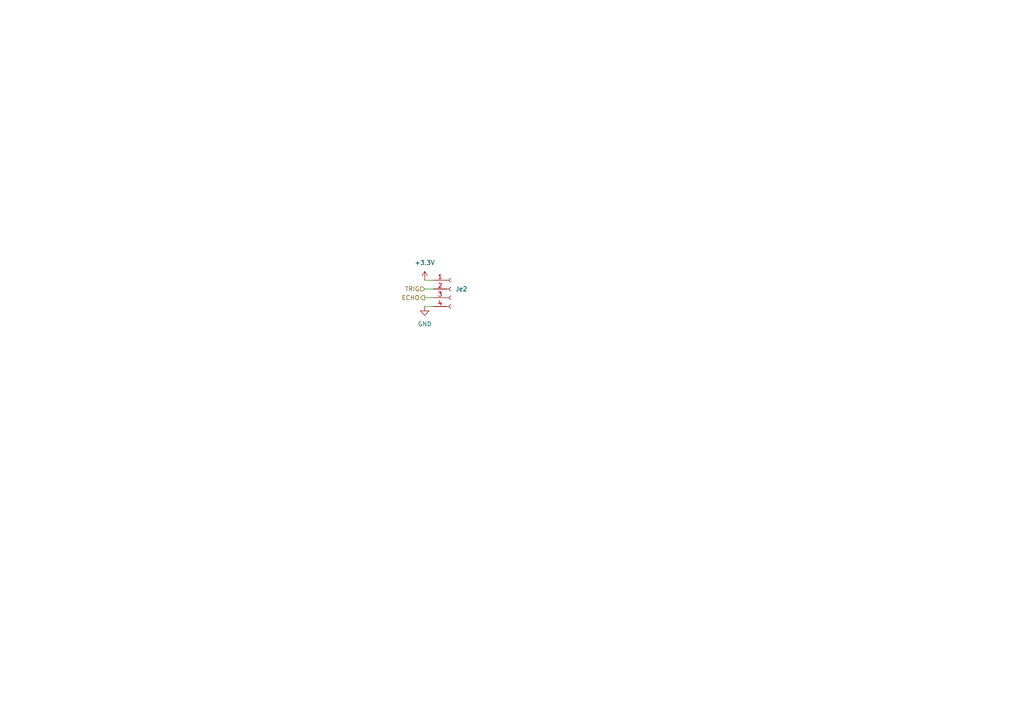
<source format=kicad_sch>
(kicad_sch (version 20250114) (generator "eeschema") (generator_version "9.0")
  (paper "A4")
  (lib_symbols
    (symbol "Connector:Conn_01x04_Socket" (pin_names (offset 1.016) (hide yes))
      (property "Reference" "J" (at 0 5.08 0))
      (property "Value" "Conn_01x04_Socket" (at 0 -7.62 0))
      (symbol "Conn_01x04_Socket_1_1"
        (polyline (pts (xy -1.27 2.54) (xy -0.508 2.54)) (stroke (width 0.1524)))
        (polyline (pts (xy -1.27 0) (xy -0.508 0)) (stroke (width 0.1524)))
        (polyline (pts (xy -1.27 -2.54) (xy -0.508 -2.54)) (stroke (width 0.1524)))
        (polyline (pts (xy -1.27 -5.08) (xy -0.508 -5.08)) (stroke (width 0.1524)))
        (arc (start 0 2.032) (mid -0.5058 2.54) (end 0 3.048) (stroke (width 0.1524)))
        (arc (start 0 -0.508) (mid -0.5058 0) (end 0 0.508) (stroke (width 0.1524)))
        (arc (start 0 -3.048) (mid -0.5058 -2.54) (end 0 -2.032) (stroke (width 0.1524)))
        (arc (start 0 -5.588) (mid -0.5058 -5.08) (end 0 -4.572) (stroke (width 0.1524)))
        (pin passive line (at -5.08 2.54 0) (length 3.81) (name "Pin_1") (number "1"))
        (pin passive line (at -5.08 0 0) (length 3.81) (name "Pin_2") (number "2"))
        (pin passive line (at -5.08 -2.54 0) (length 3.81) (name "Pin_3") (number "3"))
        (pin passive line (at -5.08 -5.08 0) (length 3.81) (name "Pin_4") (number "4"))
      )
    )
    (symbol "power:+3.3V" (power) (pin_numbers (hide yes)) (pin_names (offset 0) (hide yes))
      (property "Value" "+3.3V" (at 0 3.556 0))
      (symbol "+3.3V_0_1"
        (polyline (pts (xy -0.762 1.27) (xy 0 2.54)))
        (polyline (pts (xy 0 2.54) (xy 0.762 1.27)))
        (polyline (pts (xy 0 0) (xy 0 2.54)))
      )
      (symbol "+3.3V_1_1"
        (pin power_in line (at 0 0 90) (length 0) (name "~") (number "1"))
      )
    )
    (symbol "power:GND" (power) (pin_numbers (hide yes)) (pin_names (offset 0) (hide yes))
      (property "Value" "GND" (at 0 -3.81 0))
      (symbol "GND_0_1"
        (polyline (pts (xy 0 0) (xy 0 -1.27) (xy 1.27 -1.27) (xy 0 -2.54) (xy -1.27 -1.27) (xy 0 -1.27)))
      )
      (symbol "GND_1_1"
        (pin power_in line (at 0 0 270) (length 0) (name "~") (number "1"))
      )
    )
  )
  (wire (pts (xy 125.73 86.36) (xy 123.19 86.36)))
  (wire (pts (xy 125.73 83.82) (xy 123.19 83.82)))
  (wire (pts (xy 125.73 81.28) (xy 123.19 81.28)))
  (wire (pts (xy 125.73 88.9) (xy 123.19 88.9)))
  (hierarchical_label "TRIG" (shape input) (at 123.19 83.82 180))
  (hierarchical_label "ECHO" (shape output) (at 123.19 86.36 180))
  (symbol (lib_id "Connector:Conn_01x04_Socket") (at 130.81 83.82 0) (unit 1)
    (property "Reference" "Je2" (at 132.08 83.8199 0) (effects (justify left)))
    (property "Value" "Conn_01x04_Socket" (effects (hide yes)))
    (property "Footprint" "ForTaylanLibrary:PinHeader_1x04_P2.54mm_Vertical_Female" (effects (hide yes)))
    (property "Datasheet" "https://opencoursehub.cs.sfu.ca/bfraser/grav-cms/cmpt433/links/files/2022-student-howtos/RCWL-1601UltrasonicDistanceSensor.pdf" (effects (hide yes)))
    (property "Description" "Generic connector, single row, 01x04, script generated" (effects (hide yes)))
    (property "LCSC" "C2718488" (effects (hide yes)))
  )
  (symbol (lib_id "power:+3.3V") (at 123.19 81.28 0) (unit 1)
    (property "Reference" "#PWR0112" (effects (hide yes)))
    (property "Value" "+3.3V" (at 123.19 76.2 0))
    (property "Description" "Power symbol creates a global label with name \"+3.3V\"" (effects (hide yes)))
  )
  (symbol (lib_id "power:GND") (at 123.19 88.9 0) (unit 1)
    (property "Reference" "#PWR0113" (effects (hide yes)))
    (property "Value" "GND" (at 123.19 93.98 0))
    (property "Description" "Power symbol creates a global label with name \"GND\" , ground" (effects (hide yes)))
  )
)
</source>
